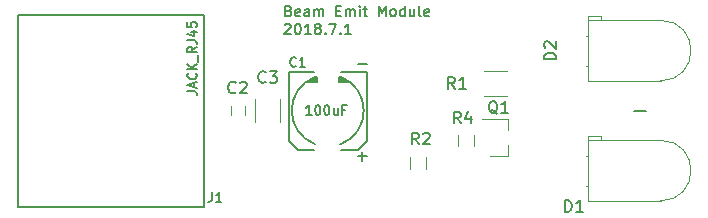
<source format=gbr>
G04 #@! TF.FileFunction,Legend,Top*
%FSLAX46Y46*%
G04 Gerber Fmt 4.6, Leading zero omitted, Abs format (unit mm)*
G04 Created by KiCad (PCBNEW 4.0.7) date 06/27/18 11:16:04*
%MOMM*%
%LPD*%
G01*
G04 APERTURE LIST*
%ADD10C,0.150000*%
%ADD11C,0.200000*%
%ADD12C,0.203200*%
%ADD13C,0.120000*%
%ADD14C,0.149860*%
G04 APERTURE END LIST*
D10*
D11*
X84328000Y-45720000D02*
X85344000Y-45720000D01*
D12*
X55118000Y-37268150D02*
X55245000Y-37310483D01*
X55287333Y-37352817D01*
X55329667Y-37437483D01*
X55329667Y-37564483D01*
X55287333Y-37649150D01*
X55245000Y-37691483D01*
X55160333Y-37733817D01*
X54821667Y-37733817D01*
X54821667Y-36844817D01*
X55118000Y-36844817D01*
X55202667Y-36887150D01*
X55245000Y-36929483D01*
X55287333Y-37014150D01*
X55287333Y-37098817D01*
X55245000Y-37183483D01*
X55202667Y-37225817D01*
X55118000Y-37268150D01*
X54821667Y-37268150D01*
X56049333Y-37691483D02*
X55964667Y-37733817D01*
X55795333Y-37733817D01*
X55710667Y-37691483D01*
X55668333Y-37606817D01*
X55668333Y-37268150D01*
X55710667Y-37183483D01*
X55795333Y-37141150D01*
X55964667Y-37141150D01*
X56049333Y-37183483D01*
X56091667Y-37268150D01*
X56091667Y-37352817D01*
X55668333Y-37437483D01*
X56853667Y-37733817D02*
X56853667Y-37268150D01*
X56811333Y-37183483D01*
X56726667Y-37141150D01*
X56557333Y-37141150D01*
X56472667Y-37183483D01*
X56853667Y-37691483D02*
X56769000Y-37733817D01*
X56557333Y-37733817D01*
X56472667Y-37691483D01*
X56430333Y-37606817D01*
X56430333Y-37522150D01*
X56472667Y-37437483D01*
X56557333Y-37395150D01*
X56769000Y-37395150D01*
X56853667Y-37352817D01*
X57277000Y-37733817D02*
X57277000Y-37141150D01*
X57277000Y-37225817D02*
X57319333Y-37183483D01*
X57404000Y-37141150D01*
X57531000Y-37141150D01*
X57615666Y-37183483D01*
X57658000Y-37268150D01*
X57658000Y-37733817D01*
X57658000Y-37268150D02*
X57700333Y-37183483D01*
X57785000Y-37141150D01*
X57912000Y-37141150D01*
X57996666Y-37183483D01*
X58039000Y-37268150D01*
X58039000Y-37733817D01*
X59139666Y-37268150D02*
X59435999Y-37268150D01*
X59562999Y-37733817D02*
X59139666Y-37733817D01*
X59139666Y-36844817D01*
X59562999Y-36844817D01*
X59943999Y-37733817D02*
X59943999Y-37141150D01*
X59943999Y-37225817D02*
X59986332Y-37183483D01*
X60070999Y-37141150D01*
X60197999Y-37141150D01*
X60282665Y-37183483D01*
X60324999Y-37268150D01*
X60324999Y-37733817D01*
X60324999Y-37268150D02*
X60367332Y-37183483D01*
X60451999Y-37141150D01*
X60578999Y-37141150D01*
X60663665Y-37183483D01*
X60705999Y-37268150D01*
X60705999Y-37733817D01*
X61129332Y-37733817D02*
X61129332Y-37141150D01*
X61129332Y-36844817D02*
X61086998Y-36887150D01*
X61129332Y-36929483D01*
X61171665Y-36887150D01*
X61129332Y-36844817D01*
X61129332Y-36929483D01*
X61425665Y-37141150D02*
X61764331Y-37141150D01*
X61552665Y-36844817D02*
X61552665Y-37606817D01*
X61594998Y-37691483D01*
X61679665Y-37733817D01*
X61764331Y-37733817D01*
X62737998Y-37733817D02*
X62737998Y-36844817D01*
X63034331Y-37479817D01*
X63330664Y-36844817D01*
X63330664Y-37733817D01*
X63880998Y-37733817D02*
X63796331Y-37691483D01*
X63753998Y-37649150D01*
X63711664Y-37564483D01*
X63711664Y-37310483D01*
X63753998Y-37225817D01*
X63796331Y-37183483D01*
X63880998Y-37141150D01*
X64007998Y-37141150D01*
X64092664Y-37183483D01*
X64134998Y-37225817D01*
X64177331Y-37310483D01*
X64177331Y-37564483D01*
X64134998Y-37649150D01*
X64092664Y-37691483D01*
X64007998Y-37733817D01*
X63880998Y-37733817D01*
X64939331Y-37733817D02*
X64939331Y-36844817D01*
X64939331Y-37691483D02*
X64854664Y-37733817D01*
X64685331Y-37733817D01*
X64600664Y-37691483D01*
X64558331Y-37649150D01*
X64515997Y-37564483D01*
X64515997Y-37310483D01*
X64558331Y-37225817D01*
X64600664Y-37183483D01*
X64685331Y-37141150D01*
X64854664Y-37141150D01*
X64939331Y-37183483D01*
X65743664Y-37141150D02*
X65743664Y-37733817D01*
X65362664Y-37141150D02*
X65362664Y-37606817D01*
X65404997Y-37691483D01*
X65489664Y-37733817D01*
X65616664Y-37733817D01*
X65701330Y-37691483D01*
X65743664Y-37649150D01*
X66293997Y-37733817D02*
X66209330Y-37691483D01*
X66166997Y-37606817D01*
X66166997Y-36844817D01*
X66971330Y-37691483D02*
X66886664Y-37733817D01*
X66717330Y-37733817D01*
X66632664Y-37691483D01*
X66590330Y-37606817D01*
X66590330Y-37268150D01*
X66632664Y-37183483D01*
X66717330Y-37141150D01*
X66886664Y-37141150D01*
X66971330Y-37183483D01*
X67013664Y-37268150D01*
X67013664Y-37352817D01*
X66590330Y-37437483D01*
X54779333Y-38466183D02*
X54821667Y-38423850D01*
X54906333Y-38381517D01*
X55118000Y-38381517D01*
X55202667Y-38423850D01*
X55245000Y-38466183D01*
X55287333Y-38550850D01*
X55287333Y-38635517D01*
X55245000Y-38762517D01*
X54737000Y-39270517D01*
X55287333Y-39270517D01*
X55837667Y-38381517D02*
X55922334Y-38381517D01*
X56007000Y-38423850D01*
X56049334Y-38466183D01*
X56091667Y-38550850D01*
X56134000Y-38720183D01*
X56134000Y-38931850D01*
X56091667Y-39101183D01*
X56049334Y-39185850D01*
X56007000Y-39228183D01*
X55922334Y-39270517D01*
X55837667Y-39270517D01*
X55753000Y-39228183D01*
X55710667Y-39185850D01*
X55668334Y-39101183D01*
X55626000Y-38931850D01*
X55626000Y-38720183D01*
X55668334Y-38550850D01*
X55710667Y-38466183D01*
X55753000Y-38423850D01*
X55837667Y-38381517D01*
X56980667Y-39270517D02*
X56472667Y-39270517D01*
X56726667Y-39270517D02*
X56726667Y-38381517D01*
X56642001Y-38508517D01*
X56557334Y-38593183D01*
X56472667Y-38635517D01*
X57488668Y-38762517D02*
X57404001Y-38720183D01*
X57361668Y-38677850D01*
X57319334Y-38593183D01*
X57319334Y-38550850D01*
X57361668Y-38466183D01*
X57404001Y-38423850D01*
X57488668Y-38381517D01*
X57658001Y-38381517D01*
X57742668Y-38423850D01*
X57785001Y-38466183D01*
X57827334Y-38550850D01*
X57827334Y-38593183D01*
X57785001Y-38677850D01*
X57742668Y-38720183D01*
X57658001Y-38762517D01*
X57488668Y-38762517D01*
X57404001Y-38804850D01*
X57361668Y-38847183D01*
X57319334Y-38931850D01*
X57319334Y-39101183D01*
X57361668Y-39185850D01*
X57404001Y-39228183D01*
X57488668Y-39270517D01*
X57658001Y-39270517D01*
X57742668Y-39228183D01*
X57785001Y-39185850D01*
X57827334Y-39101183D01*
X57827334Y-38931850D01*
X57785001Y-38847183D01*
X57742668Y-38804850D01*
X57658001Y-38762517D01*
X58208335Y-39185850D02*
X58250668Y-39228183D01*
X58208335Y-39270517D01*
X58166001Y-39228183D01*
X58208335Y-39185850D01*
X58208335Y-39270517D01*
X58547001Y-38381517D02*
X59139668Y-38381517D01*
X58758668Y-39270517D01*
X59478335Y-39185850D02*
X59520668Y-39228183D01*
X59478335Y-39270517D01*
X59436001Y-39228183D01*
X59478335Y-39185850D01*
X59478335Y-39270517D01*
X60367334Y-39270517D02*
X59859334Y-39270517D01*
X60113334Y-39270517D02*
X60113334Y-38381517D01*
X60028668Y-38508517D01*
X59944001Y-38593183D01*
X59859334Y-38635517D01*
D13*
X73658000Y-49586000D02*
X73658000Y-48656000D01*
X73658000Y-46426000D02*
X73658000Y-47356000D01*
X73658000Y-46426000D02*
X71498000Y-46426000D01*
X73658000Y-49586000D02*
X72198000Y-49586000D01*
X54410000Y-44720000D02*
X54410000Y-46720000D01*
X52270000Y-46720000D02*
X52270000Y-44720000D01*
X71644000Y-42364000D02*
X73644000Y-42364000D01*
X73644000Y-44504000D02*
X71644000Y-44504000D01*
X70784000Y-47760000D02*
X70784000Y-48760000D01*
X69424000Y-48760000D02*
X69424000Y-47760000D01*
X86618000Y-48240000D02*
G75*
G02X86618000Y-53360000I0J-2560000D01*
G01*
X80458000Y-53360000D02*
X86618000Y-53360000D01*
X80458000Y-48240000D02*
X86618000Y-48240000D01*
X80458000Y-53360000D02*
X80458000Y-48240000D01*
X80458000Y-47840000D02*
X81578000Y-47840000D01*
X81578000Y-47840000D02*
X81578000Y-48240000D01*
X81578000Y-48240000D02*
X80458000Y-48240000D01*
X80458000Y-48240000D02*
X80458000Y-47840000D01*
X80328000Y-52070000D02*
X80458000Y-52070000D01*
X80458000Y-52070000D02*
X80458000Y-52070000D01*
X80458000Y-52070000D02*
X80328000Y-52070000D01*
X80328000Y-52070000D02*
X80328000Y-52070000D01*
X80328000Y-49530000D02*
X80458000Y-49530000D01*
X80458000Y-49530000D02*
X80458000Y-49530000D01*
X80458000Y-49530000D02*
X80328000Y-49530000D01*
X80328000Y-49530000D02*
X80328000Y-49530000D01*
D14*
X59486800Y-42849800D02*
X59359800Y-42849800D01*
X57480200Y-42875200D02*
X57378600Y-42875200D01*
X57358767Y-42873118D02*
G75*
G03X57353200Y-48564800I1061233J-2846882D01*
G01*
X59497896Y-48586051D02*
G75*
G03X59486800Y-42849800I-1077896J2866051D01*
G01*
X57251600Y-42926000D02*
X57480200Y-42926000D01*
X56997600Y-43053000D02*
X57480200Y-43053000D01*
X56794400Y-43180000D02*
X57480200Y-43180000D01*
X56616600Y-43307000D02*
X57480200Y-43307000D01*
X57480200Y-43307000D02*
X57480200Y-42875200D01*
X59359800Y-43307000D02*
X59359800Y-42849800D01*
X59639200Y-42926000D02*
X59359800Y-42926000D01*
X59893200Y-43053000D02*
X59359800Y-43053000D01*
X60096400Y-43180000D02*
X59359800Y-43180000D01*
X60274200Y-43307000D02*
X59359800Y-43307000D01*
X61722000Y-42418000D02*
X59537600Y-42418000D01*
X55118000Y-42418000D02*
X57302400Y-42418000D01*
X60960000Y-49022000D02*
X59537600Y-49022000D01*
X57277000Y-49022000D02*
X55880000Y-49022000D01*
X61722000Y-41757600D02*
X60960000Y-41757600D01*
X55118000Y-42418000D02*
X55118000Y-48260000D01*
X55118000Y-48260000D02*
X55880000Y-49022000D01*
X60960000Y-49022000D02*
X61722000Y-48260000D01*
X61722000Y-48260000D02*
X61722000Y-42418000D01*
X61366400Y-49987200D02*
X61366400Y-49225200D01*
X61722000Y-49606200D02*
X60960000Y-49606200D01*
D13*
X51400000Y-45370000D02*
X51400000Y-46070000D01*
X50200000Y-46070000D02*
X50200000Y-45370000D01*
X86618000Y-38080000D02*
G75*
G02X86618000Y-43200000I0J-2560000D01*
G01*
X80458000Y-43200000D02*
X86618000Y-43200000D01*
X80458000Y-38080000D02*
X86618000Y-38080000D01*
X80458000Y-43200000D02*
X80458000Y-38080000D01*
X80458000Y-37680000D02*
X81578000Y-37680000D01*
X81578000Y-37680000D02*
X81578000Y-38080000D01*
X81578000Y-38080000D02*
X80458000Y-38080000D01*
X80458000Y-38080000D02*
X80458000Y-37680000D01*
X80328000Y-41910000D02*
X80458000Y-41910000D01*
X80458000Y-41910000D02*
X80458000Y-41910000D01*
X80458000Y-41910000D02*
X80328000Y-41910000D01*
X80328000Y-41910000D02*
X80328000Y-41910000D01*
X80328000Y-39370000D02*
X80458000Y-39370000D01*
X80458000Y-39370000D02*
X80458000Y-39370000D01*
X80458000Y-39370000D02*
X80328000Y-39370000D01*
X80328000Y-39370000D02*
X80328000Y-39370000D01*
X66720000Y-49665000D02*
X66720000Y-50665000D01*
X65360000Y-50665000D02*
X65360000Y-49665000D01*
D14*
X32185000Y-37590000D02*
X47935000Y-37590000D01*
X47935000Y-37590000D02*
X47935000Y-53850000D01*
X47935000Y-53850000D02*
X32185000Y-53850000D01*
X32185000Y-53850000D02*
X32185000Y-37590000D01*
D10*
X72802762Y-46013619D02*
X72707524Y-45966000D01*
X72612286Y-45870762D01*
X72469429Y-45727905D01*
X72374190Y-45680286D01*
X72278952Y-45680286D01*
X72326571Y-45918381D02*
X72231333Y-45870762D01*
X72136095Y-45775524D01*
X72088476Y-45585048D01*
X72088476Y-45251714D01*
X72136095Y-45061238D01*
X72231333Y-44966000D01*
X72326571Y-44918381D01*
X72517048Y-44918381D01*
X72612286Y-44966000D01*
X72707524Y-45061238D01*
X72755143Y-45251714D01*
X72755143Y-45585048D01*
X72707524Y-45775524D01*
X72612286Y-45870762D01*
X72517048Y-45918381D01*
X72326571Y-45918381D01*
X73707524Y-45918381D02*
X73136095Y-45918381D01*
X73421809Y-45918381D02*
X73421809Y-44918381D01*
X73326571Y-45061238D01*
X73231333Y-45156476D01*
X73136095Y-45204095D01*
X53173334Y-43283143D02*
X53125715Y-43330762D01*
X52982858Y-43378381D01*
X52887620Y-43378381D01*
X52744762Y-43330762D01*
X52649524Y-43235524D01*
X52601905Y-43140286D01*
X52554286Y-42949810D01*
X52554286Y-42806952D01*
X52601905Y-42616476D01*
X52649524Y-42521238D01*
X52744762Y-42426000D01*
X52887620Y-42378381D01*
X52982858Y-42378381D01*
X53125715Y-42426000D01*
X53173334Y-42473619D01*
X53506667Y-42378381D02*
X54125715Y-42378381D01*
X53792381Y-42759333D01*
X53935239Y-42759333D01*
X54030477Y-42806952D01*
X54078096Y-42854571D01*
X54125715Y-42949810D01*
X54125715Y-43187905D01*
X54078096Y-43283143D01*
X54030477Y-43330762D01*
X53935239Y-43378381D01*
X53649524Y-43378381D01*
X53554286Y-43330762D01*
X53506667Y-43283143D01*
X69175334Y-43886381D02*
X68842000Y-43410190D01*
X68603905Y-43886381D02*
X68603905Y-42886381D01*
X68984858Y-42886381D01*
X69080096Y-42934000D01*
X69127715Y-42981619D01*
X69175334Y-43076857D01*
X69175334Y-43219714D01*
X69127715Y-43314952D01*
X69080096Y-43362571D01*
X68984858Y-43410190D01*
X68603905Y-43410190D01*
X70127715Y-43886381D02*
X69556286Y-43886381D01*
X69842000Y-43886381D02*
X69842000Y-42886381D01*
X69746762Y-43029238D01*
X69651524Y-43124476D01*
X69556286Y-43172095D01*
X69683334Y-46807381D02*
X69350000Y-46331190D01*
X69111905Y-46807381D02*
X69111905Y-45807381D01*
X69492858Y-45807381D01*
X69588096Y-45855000D01*
X69635715Y-45902619D01*
X69683334Y-45997857D01*
X69683334Y-46140714D01*
X69635715Y-46235952D01*
X69588096Y-46283571D01*
X69492858Y-46331190D01*
X69111905Y-46331190D01*
X70540477Y-46140714D02*
X70540477Y-46807381D01*
X70302381Y-45759762D02*
X70064286Y-46474048D01*
X70683334Y-46474048D01*
X78509905Y-54300381D02*
X78509905Y-53300381D01*
X78748000Y-53300381D01*
X78890858Y-53348000D01*
X78986096Y-53443238D01*
X79033715Y-53538476D01*
X79081334Y-53728952D01*
X79081334Y-53871810D01*
X79033715Y-54062286D01*
X78986096Y-54157524D01*
X78890858Y-54252762D01*
X78748000Y-54300381D01*
X78509905Y-54300381D01*
X80033715Y-54300381D02*
X79462286Y-54300381D01*
X79748000Y-54300381D02*
X79748000Y-53300381D01*
X79652762Y-53443238D01*
X79557524Y-53538476D01*
X79462286Y-53586095D01*
X55746667Y-41941714D02*
X55708572Y-41979810D01*
X55594286Y-42017905D01*
X55518096Y-42017905D01*
X55403810Y-41979810D01*
X55327619Y-41903619D01*
X55289524Y-41827429D01*
X55251429Y-41675048D01*
X55251429Y-41560762D01*
X55289524Y-41408381D01*
X55327619Y-41332190D01*
X55403810Y-41256000D01*
X55518096Y-41217905D01*
X55594286Y-41217905D01*
X55708572Y-41256000D01*
X55746667Y-41294095D01*
X56508572Y-42017905D02*
X56051429Y-42017905D01*
X56280000Y-42017905D02*
X56280000Y-41217905D01*
X56203810Y-41332190D01*
X56127619Y-41408381D01*
X56051429Y-41446476D01*
X57054905Y-46056505D02*
X56597762Y-46056505D01*
X56826333Y-46056505D02*
X56826333Y-45256505D01*
X56750143Y-45370790D01*
X56673952Y-45446981D01*
X56597762Y-45485076D01*
X57550143Y-45256505D02*
X57626334Y-45256505D01*
X57702524Y-45294600D01*
X57740619Y-45332695D01*
X57778715Y-45408886D01*
X57816810Y-45561267D01*
X57816810Y-45751743D01*
X57778715Y-45904124D01*
X57740619Y-45980314D01*
X57702524Y-46018410D01*
X57626334Y-46056505D01*
X57550143Y-46056505D01*
X57473953Y-46018410D01*
X57435857Y-45980314D01*
X57397762Y-45904124D01*
X57359667Y-45751743D01*
X57359667Y-45561267D01*
X57397762Y-45408886D01*
X57435857Y-45332695D01*
X57473953Y-45294600D01*
X57550143Y-45256505D01*
X58312048Y-45256505D02*
X58388239Y-45256505D01*
X58464429Y-45294600D01*
X58502524Y-45332695D01*
X58540620Y-45408886D01*
X58578715Y-45561267D01*
X58578715Y-45751743D01*
X58540620Y-45904124D01*
X58502524Y-45980314D01*
X58464429Y-46018410D01*
X58388239Y-46056505D01*
X58312048Y-46056505D01*
X58235858Y-46018410D01*
X58197762Y-45980314D01*
X58159667Y-45904124D01*
X58121572Y-45751743D01*
X58121572Y-45561267D01*
X58159667Y-45408886D01*
X58197762Y-45332695D01*
X58235858Y-45294600D01*
X58312048Y-45256505D01*
X59264429Y-45523171D02*
X59264429Y-46056505D01*
X58921572Y-45523171D02*
X58921572Y-45942219D01*
X58959667Y-46018410D01*
X59035858Y-46056505D01*
X59150144Y-46056505D01*
X59226334Y-46018410D01*
X59264429Y-45980314D01*
X59912049Y-45637457D02*
X59645382Y-45637457D01*
X59645382Y-46056505D02*
X59645382Y-45256505D01*
X60026335Y-45256505D01*
X50633334Y-44172143D02*
X50585715Y-44219762D01*
X50442858Y-44267381D01*
X50347620Y-44267381D01*
X50204762Y-44219762D01*
X50109524Y-44124524D01*
X50061905Y-44029286D01*
X50014286Y-43838810D01*
X50014286Y-43695952D01*
X50061905Y-43505476D01*
X50109524Y-43410238D01*
X50204762Y-43315000D01*
X50347620Y-43267381D01*
X50442858Y-43267381D01*
X50585715Y-43315000D01*
X50633334Y-43362619D01*
X51014286Y-43362619D02*
X51061905Y-43315000D01*
X51157143Y-43267381D01*
X51395239Y-43267381D01*
X51490477Y-43315000D01*
X51538096Y-43362619D01*
X51585715Y-43457857D01*
X51585715Y-43553095D01*
X51538096Y-43695952D01*
X50966667Y-44267381D01*
X51585715Y-44267381D01*
X77740381Y-41378095D02*
X76740381Y-41378095D01*
X76740381Y-41140000D01*
X76788000Y-40997142D01*
X76883238Y-40901904D01*
X76978476Y-40854285D01*
X77168952Y-40806666D01*
X77311810Y-40806666D01*
X77502286Y-40854285D01*
X77597524Y-40901904D01*
X77692762Y-40997142D01*
X77740381Y-41140000D01*
X77740381Y-41378095D01*
X76835619Y-40425714D02*
X76788000Y-40378095D01*
X76740381Y-40282857D01*
X76740381Y-40044761D01*
X76788000Y-39949523D01*
X76835619Y-39901904D01*
X76930857Y-39854285D01*
X77026095Y-39854285D01*
X77168952Y-39901904D01*
X77740381Y-40473333D01*
X77740381Y-39854285D01*
X66127334Y-48585381D02*
X65794000Y-48109190D01*
X65555905Y-48585381D02*
X65555905Y-47585381D01*
X65936858Y-47585381D01*
X66032096Y-47633000D01*
X66079715Y-47680619D01*
X66127334Y-47775857D01*
X66127334Y-47918714D01*
X66079715Y-48013952D01*
X66032096Y-48061571D01*
X65936858Y-48109190D01*
X65555905Y-48109190D01*
X66508286Y-47680619D02*
X66555905Y-47633000D01*
X66651143Y-47585381D01*
X66889239Y-47585381D01*
X66984477Y-47633000D01*
X67032096Y-47680619D01*
X67079715Y-47775857D01*
X67079715Y-47871095D01*
X67032096Y-48013952D01*
X66460667Y-48585381D01*
X67079715Y-48585381D01*
X48628334Y-52647905D02*
X48628334Y-53219333D01*
X48590238Y-53333619D01*
X48514048Y-53409810D01*
X48399762Y-53447905D01*
X48323572Y-53447905D01*
X49428334Y-53447905D02*
X48971191Y-53447905D01*
X49199762Y-53447905D02*
X49199762Y-52647905D01*
X49123572Y-52762190D01*
X49047381Y-52838381D01*
X48971191Y-52876476D01*
X46551905Y-44075000D02*
X47123333Y-44075000D01*
X47237619Y-44113096D01*
X47313810Y-44189286D01*
X47351905Y-44303572D01*
X47351905Y-44379762D01*
X47123333Y-43732143D02*
X47123333Y-43351191D01*
X47351905Y-43808334D02*
X46551905Y-43541667D01*
X47351905Y-43275000D01*
X47275714Y-42551191D02*
X47313810Y-42589286D01*
X47351905Y-42703572D01*
X47351905Y-42779762D01*
X47313810Y-42894048D01*
X47237619Y-42970239D01*
X47161429Y-43008334D01*
X47009048Y-43046429D01*
X46894762Y-43046429D01*
X46742381Y-43008334D01*
X46666190Y-42970239D01*
X46590000Y-42894048D01*
X46551905Y-42779762D01*
X46551905Y-42703572D01*
X46590000Y-42589286D01*
X46628095Y-42551191D01*
X47351905Y-42208334D02*
X46551905Y-42208334D01*
X47351905Y-41751191D02*
X46894762Y-42094048D01*
X46551905Y-41751191D02*
X47009048Y-42208334D01*
X47428095Y-41598810D02*
X47428095Y-40989286D01*
X47351905Y-40341667D02*
X46970952Y-40608334D01*
X47351905Y-40798810D02*
X46551905Y-40798810D01*
X46551905Y-40494048D01*
X46590000Y-40417857D01*
X46628095Y-40379762D01*
X46704286Y-40341667D01*
X46818571Y-40341667D01*
X46894762Y-40379762D01*
X46932857Y-40417857D01*
X46970952Y-40494048D01*
X46970952Y-40798810D01*
X46551905Y-39770238D02*
X47123333Y-39770238D01*
X47237619Y-39808334D01*
X47313810Y-39884524D01*
X47351905Y-39998810D01*
X47351905Y-40075000D01*
X46818571Y-39046429D02*
X47351905Y-39046429D01*
X46513810Y-39236905D02*
X47085238Y-39427381D01*
X47085238Y-38932143D01*
X46551905Y-38246428D02*
X46551905Y-38627381D01*
X46932857Y-38665476D01*
X46894762Y-38627381D01*
X46856667Y-38551190D01*
X46856667Y-38360714D01*
X46894762Y-38284524D01*
X46932857Y-38246428D01*
X47009048Y-38208333D01*
X47199524Y-38208333D01*
X47275714Y-38246428D01*
X47313810Y-38284524D01*
X47351905Y-38360714D01*
X47351905Y-38551190D01*
X47313810Y-38627381D01*
X47275714Y-38665476D01*
M02*

</source>
